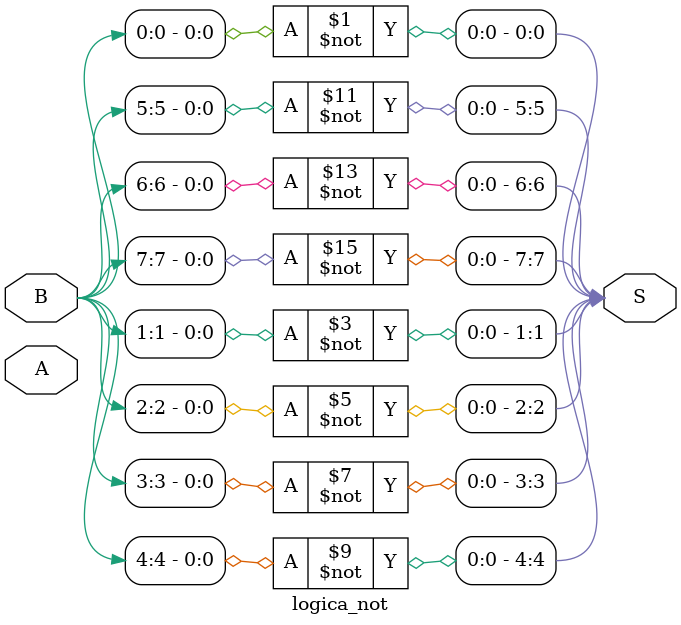
<source format=v>
module logica_not(A, B, S);
	input [7:0] A, B;
	output [7:0] S;
	
	not not0(S[0], A[0], B[0]);
	not not1(S[1], A[1], B[1]);
	not not2(S[2], A[2], B[2]);
	not not3(S[3], A[3], B[3]);
	not not4(S[4], A[4], B[4]);
	not not5(S[5], A[5], B[5]);
	not not6(S[6], A[6], B[6]);
	not not7(S[7], A[7], B[7]);

endmodule

</source>
